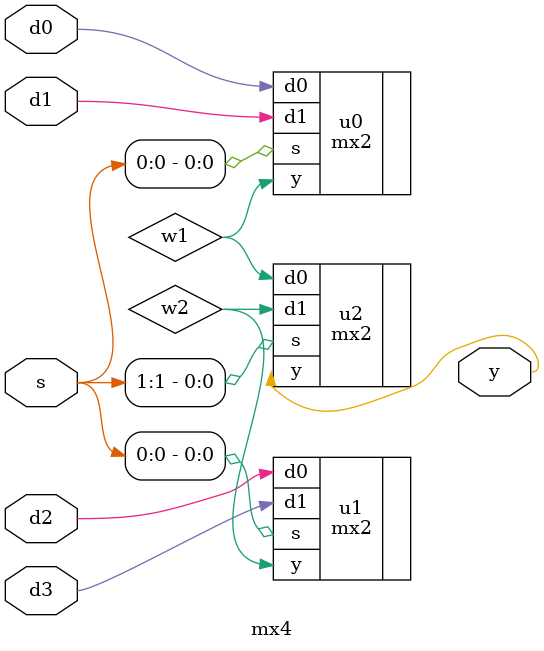
<source format=v>
module mx4(y,d0,d1,d2,d3,s);// module name is mx4
	input d0,d1,d2,d3;// 1bit input signal
	input [1:0] s;// 2bit output signal 
	output y; //1bit otuput signal
	
	wire w1,w2;
	// module instance name is u0 u1 u2, use mx2 module
	mx2 u0(.d0(d0), .d1(d1), .s(s[0]), .y(w1));
	mx2 u1(.d0(d2), .d1(d3), .s(s[0]), .y(w2));
	mx2 u2(.d0(w1), .d1(w2), .s(s[1]), .y(y));
	
endmodule

</source>
